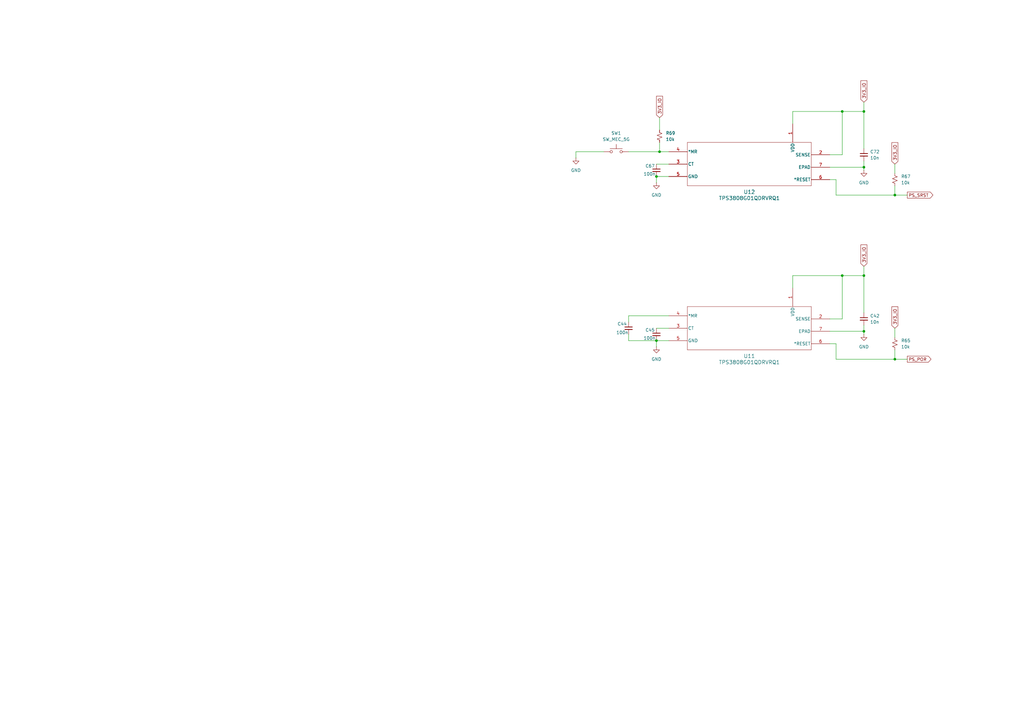
<source format=kicad_sch>
(kicad_sch (version 20231120) (generator "eeschema") (generator_version "8.0")
  (paper "A3")
  (lib_symbols
    (symbol "Device:C_Small" (pin_numbers hide) (pin_names (offset 0.254) hide)
      (property "Reference" "C" (at 0.254 1.778 0))
      (property "Value" "C_Small" (at 0.254 -2.032 0))
      (symbol "C_Small_0_1"
        (polyline (pts (xy -1.524 -0.508) (xy 1.524 -0.508)) (stroke (width 0.3302)))
        (polyline (pts (xy -1.524 0.508) (xy 1.524 0.508)) (stroke (width 0.3048)))
      )
      (symbol "C_Small_1_1"
        (pin passive line (at 0 2.54 270) (length 2.032) (name "~") (number "1"))
        (pin passive line (at 0 -2.54 90) (length 2.032) (name "~") (number "2"))
      )
    )
    (symbol "Device:R_Small_US" (pin_numbers hide) (pin_names (offset 0.254) hide)
      (property "Reference" "R" (at 0.762 0.508 0))
      (property "Value" "R_Small_US" (at 0.762 -1.016 0))
      (symbol "R_Small_US_1_1"
        (polyline (pts (xy 0 0) (xy 1.016 -0.381) (xy 0 -0.762) (xy -1.016 -1.143) (xy 0 -1.524)))
        (polyline (pts (xy 0 1.524) (xy 1.016 1.143) (xy 0 0.762) (xy -1.016 0.381) (xy 0 0)))
        (pin passive line (at 0 2.54 270) (length 1.016) (name "~") (number "1"))
        (pin passive line (at 0 -2.54 90) (length 1.016) (name "~") (number "2"))
      )
    )
    (symbol "PSEC5_ctrlbd:TPS3808G01QDRVRQ1" (pin_names (offset 0.254))
      (property "Reference" "U" (at 32.766 -0.762 0))
      (property "Value" "TPS3808G01QDRVRQ1" (at 33.02 -5.08 0))
      (symbol "TPS3808G01QDRVRQ1_0_1"
        (polyline (pts (xy 7.62 -12.7) (xy 58.42 -12.7)) (stroke (width 0.127)))
        (polyline (pts (xy 7.62 5.08) (xy 7.62 -12.7)) (stroke (width 0.127)))
        (polyline (pts (xy 58.42 -12.7) (xy 58.42 5.08)) (stroke (width 0.127)))
        (polyline (pts (xy 58.42 5.08) (xy 7.62 5.08)) (stroke (width 0.127)))
        (pin power_in line (at 50.8 12.7 270) (length 7.62) (name "VDD") (number "1"))
        (pin unspecified line (at 66.04 0 180) (length 7.62) (name "SENSE") (number "2"))
        (pin unspecified line (at 0 -3.81 0) (length 7.62) (name "CT") (number "3"))
        (pin unspecified line (at 0 1.27 0) (length 7.62) (name "*MR") (number "4"))
        (pin power_in line (at 0 -8.89 0) (length 7.62) (name "GND") (number "5"))
        (pin unspecified line (at 66.04 -10.16 180) (length 7.62) (name "*RESET") (number "6"))
        (pin unspecified line (at 66.04 -5.08 180) (length 7.62) (name "EPAD") (number "7"))
      )
    )
    (symbol "Switch:SW_MEC_5G" (pin_numbers hide) (pin_names (offset 1.016) hide)
      (property "Reference" "SW" (at 1.27 2.54 0))
      (property "Value" "SW_MEC_5G" (at 0 -1.524 0))
      (symbol "SW_MEC_5G_0_1"
        (circle (center -2.032 0) (radius 0.508))
        (polyline (pts (xy 0 1.27) (xy 0 3.048)))
        (polyline (pts (xy 2.54 1.27) (xy -2.54 1.27)))
        (circle (center 2.032 0) (radius 0.508))
        (pin passive line (at -5.08 0 0) (length 2.54) (name "A") (number "1"))
        (pin passive line (at 5.08 0 180) (length 2.54) (name "B") (number "3"))
      )
      (symbol "SW_MEC_5G_1_1"
        (pin passive line (at -5.08 0 0) (length 2.54) hide (name "A") (number "2"))
        (pin passive line (at 5.08 0 180) (length 2.54) hide (name "B") (number "4"))
      )
    )
    (symbol "power:GND" (power) (pin_numbers hide) (pin_names (offset 0) hide)
      (property "Value" "GND" (at 0 -3.81 0))
      (symbol "GND_0_1"
        (polyline (pts (xy 0 0) (xy 0 -1.27) (xy 1.27 -1.27) (xy 0 -2.54) (xy -1.27 -1.27) (xy 0 -1.27)))
      )
      (symbol "GND_1_1"
        (pin power_in line (at 0 0 270) (length 0) (name "~") (number "1"))
      )
    )
  )
  (junction (at 270.51 62.23))
  (junction (at 367.03 80.01))
  (junction (at 269.24 139.7))
  (junction (at 354.33 135.89))
  (junction (at 354.33 68.58))
  (junction (at 354.33 113.03))
  (junction (at 345.44 45.72))
  (junction (at 269.24 72.39))
  (junction (at 354.33 45.72))
  (junction (at 345.44 113.03))
  (junction (at 367.03 147.32))
  (wire (pts (xy 367.03 147.32) (xy 372.11 147.32)))
  (wire (pts (xy 367.03 80.01) (xy 372.11 80.01)))
  (wire (pts (xy 270.51 58.42) (xy 270.51 62.23)))
  (wire (pts (xy 269.24 67.31) (xy 274.32 67.31)))
  (wire (pts (xy 269.24 139.7) (xy 269.24 142.24)))
  (wire (pts (xy 354.33 113.03) (xy 354.33 128.27)))
  (wire (pts (xy 345.44 45.72) (xy 345.44 63.5)))
  (wire (pts (xy 354.33 68.58) (xy 354.33 69.85)))
  (wire (pts (xy 340.36 135.89) (xy 354.33 135.89)))
  (wire (pts (xy 354.33 41.91) (xy 354.33 45.72)))
  (wire (pts (xy 342.9 73.66) (xy 342.9 80.01)))
  (wire (pts (xy 257.81 139.7) (xy 269.24 139.7)))
  (wire (pts (xy 340.36 140.97) (xy 342.9 140.97)))
  (wire (pts (xy 257.81 129.54) (xy 274.32 129.54)))
  (wire (pts (xy 257.81 137.16) (xy 257.81 139.7)))
  (wire (pts (xy 345.44 113.03) (xy 345.44 130.81)))
  (wire (pts (xy 340.36 130.81) (xy 345.44 130.81)))
  (wire (pts (xy 340.36 68.58) (xy 354.33 68.58)))
  (wire (pts (xy 269.24 72.39) (xy 269.24 74.93)))
  (wire (pts (xy 342.9 147.32) (xy 367.03 147.32)))
  (wire (pts (xy 325.12 45.72) (xy 345.44 45.72)))
  (wire (pts (xy 325.12 50.8) (xy 325.12 45.72)))
  (wire (pts (xy 354.33 135.89) (xy 354.33 137.16)))
  (wire (pts (xy 257.81 62.23) (xy 270.51 62.23)))
  (wire (pts (xy 236.22 62.23) (xy 236.22 64.77)))
  (wire (pts (xy 354.33 109.22) (xy 354.33 113.03)))
  (wire (pts (xy 269.24 72.39) (xy 274.32 72.39)))
  (wire (pts (xy 340.36 63.5) (xy 345.44 63.5)))
  (wire (pts (xy 257.81 129.54) (xy 257.81 132.08)))
  (wire (pts (xy 247.65 62.23) (xy 236.22 62.23)))
  (wire (pts (xy 345.44 113.03) (xy 354.33 113.03)))
  (wire (pts (xy 367.03 76.2) (xy 367.03 80.01)))
  (wire (pts (xy 270.51 48.26) (xy 270.51 53.34)))
  (wire (pts (xy 270.51 62.23) (xy 274.32 62.23)))
  (wire (pts (xy 325.12 113.03) (xy 345.44 113.03)))
  (wire (pts (xy 367.03 134.62) (xy 367.03 138.43)))
  (wire (pts (xy 269.24 134.62) (xy 274.32 134.62)))
  (wire (pts (xy 354.33 45.72) (xy 354.33 60.96)))
  (wire (pts (xy 340.36 73.66) (xy 342.9 73.66)))
  (wire (pts (xy 345.44 45.72) (xy 354.33 45.72)))
  (wire (pts (xy 325.12 118.11) (xy 325.12 113.03)))
  (wire (pts (xy 354.33 133.35) (xy 354.33 135.89)))
  (wire (pts (xy 354.33 66.04) (xy 354.33 68.58)))
  (wire (pts (xy 367.03 67.31) (xy 367.03 71.12)))
  (wire (pts (xy 342.9 80.01) (xy 367.03 80.01)))
  (wire (pts (xy 342.9 140.97) (xy 342.9 147.32)))
  (wire (pts (xy 269.24 139.7) (xy 274.32 139.7)))
  (wire (pts (xy 367.03 143.51) (xy 367.03 147.32)))
  (global_label "3V3_IO" (shape input) (at 270.51 48.26 90) (property "Intersheetrefs" "${INTERSHEET_REFS}" (effects (hide yes))))
  (global_label "PS_POR" (shape output) (at 372.11 147.32 0) (property "Intersheetrefs" "${INTERSHEET_REFS}" (effects (hide yes))))
  (global_label "3V3_IO" (shape input) (at 354.33 109.22 90) (property "Intersheetrefs" "${INTERSHEET_REFS}" (effects (hide yes))))
  (global_label "PS_SRST" (shape output) (at 372.11 80.01 0) (property "Intersheetrefs" "${INTERSHEET_REFS}" (effects (hide yes))))
  (global_label "3V3_IO" (shape input) (at 354.33 41.91 90) (property "Intersheetrefs" "${INTERSHEET_REFS}" (effects (hide yes))))
  (global_label "3V3_IO" (shape input) (at 367.03 67.31 90) (property "Intersheetrefs" "${INTERSHEET_REFS}" (effects (hide yes))))
  (global_label "3V3_IO" (shape input) (at 367.03 134.62 90) (property "Intersheetrefs" "${INTERSHEET_REFS}" (effects (hide yes))))
  (symbol (lib_id "Device:C_Small") (at 354.33 130.81 0) (unit 1)
    (property "Reference" "C42" (at 356.87 129.5462 0) (effects (justify left)))
    (property "Value" "10n" (at 356.87 132.0862 0) (effects (justify left)))
    (property "Footprint" "Capacitor_SMD:C_0603_1608Metric" (effects (hide yes)))
    (property "Description" "Unpolarized capacitor, small symbol" (effects (hide yes)))
  )
  (symbol (lib_id "power:GND") (at 269.24 142.24 0) (unit 1)
    (property "Reference" "#PWR039" (effects (hide yes)))
    (property "Value" "GND" (at 269.24 147.32 0))
    (property "Description" "Power symbol creates a global label with name \"GND\" , ground" (effects (hide yes)))
  )
  (symbol (lib_id "Switch:SW_MEC_5G") (at 252.73 62.23 0) (unit 1)
    (property "Reference" "SW1" (at 252.73 54.61 0))
    (property "Value" "SW_MEC_5G" (at 252.73 57.15 0))
    (property "Footprint" "Button_Switch_SMD:SW_MEC_5GSH9" (effects (hide yes)))
    (property "Datasheet" "http://www.apem.com/int/index.php?controller=attachment&id_attachment=488" (effects (hide yes)))
    (property "Description" "MEC 5G single pole normally-open tactile switch" (effects (hide yes)))
  )
  (symbol (lib_id "Device:C_Small") (at 257.81 134.62 0) (unit 1)
    (property "Reference" "C44" (at 253.238 132.842 0) (effects (justify left)))
    (property "Value" "100n" (at 252.73 136.398 0) (effects (justify left)))
    (property "Footprint" "Capacitor_SMD:C_0603_1608Metric" (effects (hide yes)))
    (property "Description" "Unpolarized capacitor, small symbol" (effects (hide yes)))
  )
  (symbol (lib_id "power:GND") (at 269.24 74.93 0) (unit 1)
    (property "Reference" "#PWR040" (effects (hide yes)))
    (property "Value" "GND" (at 269.24 80.01 0))
    (property "Description" "Power symbol creates a global label with name \"GND\" , ground" (effects (hide yes)))
  )
  (symbol (lib_id "power:GND") (at 236.22 64.77 0) (unit 1)
    (property "Reference" "#PWR042" (effects (hide yes)))
    (property "Value" "GND" (at 236.22 69.85 0))
    (property "Description" "Power symbol creates a global label with name \"GND\" , ground" (effects (hide yes)))
  )
  (symbol (lib_id "power:GND") (at 354.33 69.85 0) (unit 1)
    (property "Reference" "#PWR041" (effects (hide yes)))
    (property "Value" "GND" (at 354.33 74.93 0))
    (property "Description" "Power symbol creates a global label with name \"GND\" , ground" (effects (hide yes)))
  )
  (symbol (lib_id "power:GND") (at 354.33 137.16 0) (unit 1)
    (property "Reference" "#PWR037" (effects (hide yes)))
    (property "Value" "GND" (at 354.33 142.24 0))
    (property "Description" "Power symbol creates a global label with name \"GND\" , ground" (effects (hide yes)))
  )
  (symbol (lib_id "PSEC5_ctrlbd:TPS3808G01QDRVRQ1") (at 274.32 130.81 0) (unit 1)
    (property "Reference" "U11" (at 307.34 146.05 0) (effects (font (size 1.524 1.524))))
    (property "Value" "TPS3808G01QDRVRQ1" (at 307.34 148.59 0) (effects (font (size 1.524 1.524))))
    (property "Footprint" "TPS3808G01QDRVRQ1:DRV6_1P6X1" (effects (hide yes)))
    (property "Datasheet" "TPS3808G01QDRVRQ1" (effects (hide yes)))
  )
  (symbol (lib_id "Device:C_Small") (at 269.24 69.85 0) (unit 1)
    (property "Reference" "C67" (at 264.668 68.072 0) (effects (justify left)))
    (property "Value" "100n" (at 263.906 71.374 0) (effects (justify left)))
    (property "Footprint" "Capacitor_SMD:C_0603_1608Metric" (effects (hide yes)))
    (property "Description" "Unpolarized capacitor, small symbol" (effects (hide yes)))
  )
  (symbol (lib_id "Device:R_Small_US") (at 270.51 55.88 0) (unit 1)
    (property "Reference" "R69" (at 273.05 54.6099 0) (effects (justify left)))
    (property "Value" "10k" (at 273.05 57.1499 0) (effects (justify left)))
    (property "Footprint" "Resistor_SMD:R_0603_1608Metric" (effects (hide yes)))
    (property "Description" "Resistor, small US symbol" (effects (hide yes)))
  )
  (symbol (lib_id "Device:C_Small") (at 354.33 63.5 0) (unit 1)
    (property "Reference" "C72" (at 356.87 62.2362 0) (effects (justify left)))
    (property "Value" "10n" (at 356.87 64.7762 0) (effects (justify left)))
    (property "Footprint" "Capacitor_SMD:C_0603_1608Metric" (effects (hide yes)))
    (property "Description" "Unpolarized capacitor, small symbol" (effects (hide yes)))
  )
  (symbol (lib_id "Device:C_Small") (at 269.24 137.16 0) (unit 1)
    (property "Reference" "C45" (at 264.668 135.382 0) (effects (justify left)))
    (property "Value" "100n" (at 263.906 138.684 0) (effects (justify left)))
    (property "Footprint" "Capacitor_SMD:C_0603_1608Metric" (effects (hide yes)))
    (property "Description" "Unpolarized capacitor, small symbol" (effects (hide yes)))
  )
  (symbol (lib_id "Device:R_Small_US") (at 367.03 140.97 0) (unit 1)
    (property "Reference" "R65" (at 369.57 139.6999 0) (effects (justify left)))
    (property "Value" "10k" (at 369.57 142.2399 0) (effects (justify left)))
    (property "Footprint" "Resistor_SMD:R_0603_1608Metric" (effects (hide yes)))
    (property "Description" "Resistor, small US symbol" (effects (hide yes)))
  )
  (symbol (lib_id "PSEC5_ctrlbd:TPS3808G01QDRVRQ1") (at 274.32 63.5 0) (unit 1)
    (property "Reference" "U12" (at 307.34 78.74 0) (effects (font (size 1.524 1.524))))
    (property "Value" "TPS3808G01QDRVRQ1" (at 307.34 81.28 0) (effects (font (size 1.524 1.524))))
    (property "Footprint" "TPS3808G01QDRVRQ1:DRV6_1P6X1" (effects (hide yes)))
    (property "Datasheet" "TPS3808G01QDRVRQ1" (effects (hide yes)))
  )
  (symbol (lib_id "Device:R_Small_US") (at 367.03 73.66 0) (unit 1)
    (property "Reference" "R67" (at 369.57 72.3899 0) (effects (justify left)))
    (property "Value" "10k" (at 369.57 74.9299 0) (effects (justify left)))
    (property "Footprint" "Resistor_SMD:R_0603_1608Metric" (effects (hide yes)))
    (property "Description" "Resistor, small US symbol" (effects (hide yes)))
  )
)
</source>
